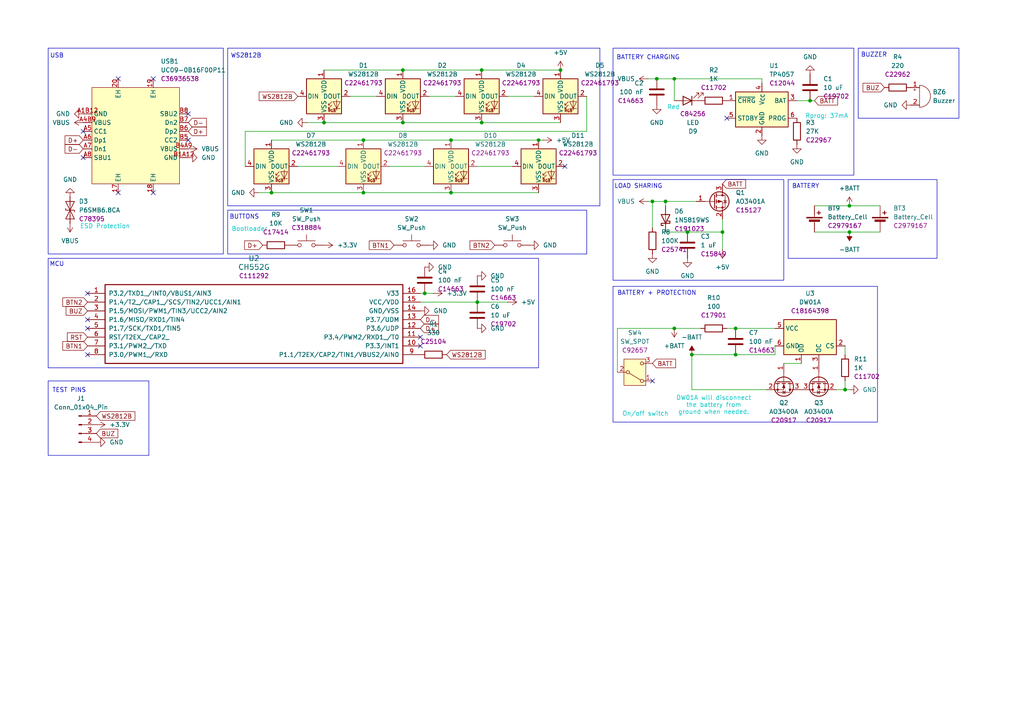
<source format=kicad_sch>
(kicad_sch (version 20241209) (generator "eeschema") (generator_version "9.0")
  (paper "A4")
  (lib_symbols
    (symbol "Battery_Management:DW01A"
      (property "Reference" "U" (at -6.604 6.35 0))
      (property "Value" "DW01A" (at 4.318 6.604 0))
      (symbol "DW01A_0_1"
        (pin power_in line (at -10.16 2.54 0) (length 2.54) (name "VCC") (number "5"))
        (pin power_in line (at -10.16 -2.54 0) (length 2.54) (name "GND") (number "6"))
        (pin output line (at -2.54 -7.62 90) (length 2.54) (name "OD") (number "1"))
        (pin output line (at 2.54 -7.62 90) (length 2.54) (name "OC") (number "3"))
        (pin input line (at 10.16 -2.54 180) (length 2.54) (name "CS") (number "2"))
      )
      (symbol "DW01A_1_1"
        (rectangle (start -7.62 5.08) (end 7.62 -5.08) (stroke (width 0.254)) (fill (type background)))
        (pin no_connect line (at 10.16 2.54 180) (length 2.54) (hide yes) (name "TD") (number "4"))
      )
    )
    (symbol "Battery_Management:TP4057"
      (property "Reference" "U" (at -6.35 6.604 0))
      (property "Value" "TP4057" (at 1.524 6.604 0))
      (symbol "TP4057_0_1"
        (rectangle (start -7.62 5.08) (end 7.62 -5.08) (stroke (width 0.254)) (fill (type background)))
      )
      (symbol "TP4057_1_1"
        (pin open_collector line (at -10.16 2.54 0) (length 2.54) (name "~{CHRG}") (number "1"))
        (pin open_collector line (at -10.16 -2.54 0) (length 2.54) (name "STDBY") (number "5"))
        (pin power_in line (at 0 7.62 270) (length 2.54) (name "V_{CC}") (number "4"))
        (pin power_in line (at 0 -7.62 90) (length 2.54) (name "GND") (number "2"))
        (pin power_out line (at 10.16 2.54 180) (length 2.54) (name "BAT") (number "3"))
        (pin passive line (at 10.16 -2.54 180) (length 2.54) (name "PROG") (number "6"))
      )
    )
    (symbol "Connector:Conn_01x04_Pin" (pin_names (offset 1.016) (hide yes))
      (property "Reference" "J" (at 0 5.08 0))
      (property "Value" "Conn_01x04_Pin" (at 0 -7.62 0))
      (symbol "Conn_01x04_Pin_1_1"
        (rectangle (start 0.8636 2.667) (end 0 2.413) (stroke (width 0.1524)) (fill (type outline)))
        (rectangle (start 0.8636 0.127) (end 0 -0.127) (stroke (width 0.1524)) (fill (type outline)))
        (rectangle (start 0.8636 -2.413) (end 0 -2.667) (stroke (width 0.1524)) (fill (type outline)))
        (rectangle (start 0.8636 -4.953) (end 0 -5.207) (stroke (width 0.1524)) (fill (type outline)))
        (polyline (pts (xy 1.27 2.54) (xy 0.8636 2.54)) (stroke (width 0.1524)))
        (polyline (pts (xy 1.27 0) (xy 0.8636 0)) (stroke (width 0.1524)))
        (polyline (pts (xy 1.27 -2.54) (xy 0.8636 -2.54)) (stroke (width 0.1524)))
        (polyline (pts (xy 1.27 -5.08) (xy 0.8636 -5.08)) (stroke (width 0.1524)))
        (pin passive line (at 5.08 2.54 180) (length 3.81) (name "Pin_1") (number "1"))
        (pin passive line (at 5.08 0 180) (length 3.81) (name "Pin_2") (number "2"))
        (pin passive line (at 5.08 -2.54 180) (length 3.81) (name "Pin_3") (number "3"))
        (pin passive line (at 5.08 -5.08 180) (length 3.81) (name "Pin_4") (number "4"))
      )
    )
    (symbol "Device:Battery_Cell" (pin_numbers (hide yes)) (pin_names (offset 0) (hide yes))
      (property "Reference" "BT" (at 2.54 2.54 0))
      (property "Value" "Battery_Cell" (at 2.54 0 0))
      (symbol "Battery_Cell_0_1"
        (rectangle (start -2.286 1.778) (end 2.286 1.524) (fill (type outline)))
        (rectangle (start -1.524 1.016) (end 1.524 0.508) (fill (type outline)))
        (polyline (pts (xy 0 1.778) (xy 0 2.54)))
        (polyline (pts (xy 0 0.762) (xy 0 0)))
        (polyline (pts (xy 0.762 3.048) (xy 1.778 3.048)) (stroke (width 0.254)))
        (polyline (pts (xy 1.27 3.556) (xy 1.27 2.54)) (stroke (width 0.254)))
      )
      (symbol "Battery_Cell_1_1"
        (pin passive line (at 0 5.08 270) (length 2.54) (name "+") (number "1"))
        (pin passive line (at 0 -2.54 90) (length 2.54) (name "-") (number "2"))
      )
    )
    (symbol "Device:Buzzer" (pin_names (offset 0.0254) (hide yes))
      (property "Reference" "BZ" (at 3.81 1.27 0))
      (property "Value" "Buzzer" (at 3.81 -1.27 0))
      (symbol "Buzzer_0_1"
        (polyline (pts (xy -1.651 1.905) (xy -1.143 1.905)))
        (polyline (pts (xy -1.397 2.159) (xy -1.397 1.651)))
        (arc (start 0 3.175) (mid 3.1612 0) (end 0 -3.175))
        (polyline (pts (xy 0 3.175) (xy 0 -3.175)))
      )
      (symbol "Buzzer_1_1"
        (pin passive line (at -2.54 2.54 0) (length 2.54) (name "+") (number "1"))
        (pin passive line (at -2.54 -2.54 0) (length 2.54) (name "-") (number "2"))
      )
    )
    (symbol "Device:C" (pin_numbers (hide yes)) (pin_names (offset 0.254))
      (property "Reference" "C" (at 0.635 2.54 0))
      (property "Value" "C" (at 0.635 -2.54 0))
      (symbol "C_0_1"
        (polyline (pts (xy -2.032 0.762) (xy 2.032 0.762)) (stroke (width 0.508)))
        (polyline (pts (xy -2.032 -0.762) (xy 2.032 -0.762)) (stroke (width 0.508)))
      )
      (symbol "C_1_1"
        (pin passive line (at 0 3.81 270) (length 2.794) (name "~") (number "1"))
        (pin passive line (at 0 -3.81 90) (length 2.794) (name "~") (number "2"))
      )
    )
    (symbol "Device:D_Schottky" (pin_numbers (hide yes)) (pin_names (offset 1.016) (hide yes))
      (property "Reference" "D" (at 0 2.54 0))
      (property "Value" "D_Schottky" (at 0 -2.54 0))
      (symbol "D_Schottky_0_1"
        (polyline (pts (xy -1.905 0.635) (xy -1.905 1.27) (xy -1.27 1.27) (xy -1.27 -1.27) (xy -0.635 -1.27) (xy -0.635 -0.635)) (stroke (width 0.254)))
        (polyline (pts (xy 1.27 1.27) (xy 1.27 -1.27) (xy -1.27 0) (xy 1.27 1.27)) (stroke (width 0.254)))
        (polyline (pts (xy 1.27 0) (xy -1.27 0)))
      )
      (symbol "D_Schottky_1_1"
        (pin passive line (at -3.81 0 0) (length 2.54) (name "K") (number "1"))
        (pin passive line (at 3.81 0 180) (length 2.54) (name "A") (number "2"))
      )
    )
    (symbol "Device:LED" (pin_numbers (hide yes)) (pin_names (offset 1.016) (hide yes))
      (property "Reference" "D" (at 0 2.54 0))
      (property "Value" "LED" (at 0 -2.54 0))
      (symbol "LED_0_1"
        (polyline (pts (xy -3.048 -0.762) (xy -4.572 -2.286) (xy -3.81 -2.286) (xy -4.572 -2.286) (xy -4.572 -1.524)))
        (polyline (pts (xy -1.778 -0.762) (xy -3.302 -2.286) (xy -2.54 -2.286) (xy -3.302 -2.286) (xy -3.302 -1.524)))
        (polyline (pts (xy -1.27 0) (xy 1.27 0)))
        (polyline (pts (xy -1.27 -1.27) (xy -1.27 1.27)) (stroke (width 0.254)))
        (polyline (pts (xy 1.27 -1.27) (xy 1.27 1.27) (xy -1.27 0) (xy 1.27 -1.27)) (stroke (width 0.254)))
      )
      (symbol "LED_1_1"
        (pin passive line (at -3.81 0 0) (length 2.54) (name "K") (number "1"))
        (pin passive line (at 3.81 0 180) (length 2.54) (name "A") (number "2"))
      )
    )
    (symbol "Device:R" (pin_numbers (hide yes)) (pin_names (offset 0))
      (property "Reference" "R" (at 2.032 0 90))
      (property "Value" "R" (at 0 0 90))
      (symbol "R_0_1"
        (rectangle (start -1.016 -2.54) (end 1.016 2.54) (stroke (width 0.254)))
      )
      (symbol "R_1_1"
        (pin passive line (at 0 3.81 270) (length 1.27) (name "~") (number "1"))
        (pin passive line (at 0 -3.81 90) (length 1.27) (name "~") (number "2"))
      )
    )
    (symbol "Diode:ESD9B3.3ST5G" (pin_numbers (hide yes)) (pin_names (offset 1.016) (hide yes))
      (property "Reference" "D" (at 0 2.54 0))
      (property "Value" "ESD9B3.3ST5G" (at 0 -2.54 0))
      (symbol "ESD9B3.3ST5G_0_1"
        (polyline (pts (xy -2.54 -1.27) (xy 0 0) (xy -2.54 1.27) (xy -2.54 -1.27)) (stroke (width 0.2032)))
        (polyline (pts (xy 0.508 1.27) (xy 0 1.27) (xy 0 -1.27) (xy -0.508 -1.27)) (stroke (width 0.2032)))
        (polyline (pts (xy 1.27 0) (xy -1.27 0)))
        (polyline (pts (xy 2.54 1.27) (xy 2.54 -1.27) (xy 0 0) (xy 2.54 1.27)) (stroke (width 0.2032)))
      )
      (symbol "ESD9B3.3ST5G_1_1"
        (pin passive line (at -3.81 0 0) (length 2.54) (name "A1") (number "1"))
        (pin passive line (at 3.81 0 180) (length 2.54) (name "A2") (number "2"))
      )
    )
    (symbol "LED:WS2812B" (pin_names (offset 0.254))
      (property "Reference" "D" (at 5.08 5.715 0))
      (property "Value" "WS2812B" (at 1.27 -5.715 0))
      (symbol "WS2812B_0_0"
        (text "RGB" (at 2.286 -4.191 0) (effects (font (size 0.762 0.762))))
      )
      (symbol "WS2812B_0_1"
        (polyline (pts (xy 1.27 -2.54) (xy 1.778 -2.54)))
        (polyline (pts (xy 1.27 -3.556) (xy 1.778 -3.556)))
        (polyline (pts (xy 2.286 -1.524) (xy 1.27 -2.54) (xy 1.27 -2.032)))
        (polyline (pts (xy 2.286 -2.54) (xy 1.27 -3.556) (xy 1.27 -3.048)))
        (polyline (pts (xy 3.683 -1.016) (xy 3.683 -3.556) (xy 3.683 -4.064)))
        (polyline (pts (xy 4.699 -1.524) (xy 2.667 -1.524) (xy 3.683 -3.556) (xy 4.699 -1.524)))
        (polyline (pts (xy 4.699 -3.556) (xy 2.667 -3.556)))
        (rectangle (start 5.08 5.08) (end -5.08 -5.08) (stroke (width 0.254)) (fill (type background)))
      )
      (symbol "WS2812B_1_1"
        (pin input line (at -7.62 0 0) (length 2.54) (name "DIN") (number "4"))
        (pin power_in line (at 0 7.62 270) (length 2.54) (name "VDD") (number "1"))
        (pin power_in line (at 0 -7.62 90) (length 2.54) (name "VSS") (number "3"))
        (pin output line (at 7.62 0 180) (length 2.54) (name "DOUT") (number "2"))
      )
    )
    (symbol "Switch:SW_Push" (pin_numbers (hide yes)) (pin_names (offset 1.016) (hide yes))
      (property "Reference" "SW" (at 1.27 2.54 0))
      (property "Value" "SW_Push" (at 0 -1.524 0))
      (symbol "SW_Push_0_1"
        (circle (center -2.032 0) (radius 0.508))
        (polyline (pts (xy 0 1.27) (xy 0 3.048)))
        (circle (center 2.032 0) (radius 0.508))
        (polyline (pts (xy 2.54 1.27) (xy -2.54 1.27)))
        (pin passive line (at -5.08 0 0) (length 2.54) (name "1") (number "1"))
        (pin passive line (at 5.08 0 180) (length 2.54) (name "2") (number "2"))
      )
    )
    (symbol "Switch:SW_SPDT" (pin_names (offset 0) (hide yes))
      (property "Reference" "SW" (at 0 5.08 0))
      (property "Value" "SW_SPDT" (at 0 -5.08 0))
      (symbol "SW_SPDT_0_1"
        (circle (center -2.032 0) (radius 0.4572))
        (polyline (pts (xy -1.651 0.254) (xy 1.651 2.286)))
        (circle (center 2.032 2.54) (radius 0.4572))
        (circle (center 2.032 -2.54) (radius 0.4572))
      )
      (symbol "SW_SPDT_1_1"
        (rectangle (start -3.175 3.81) (end 3.175 -3.81) (fill (type background)))
        (pin passive line (at -5.08 0 0) (length 2.54) (name "B") (number "2"))
        (pin passive line (at 5.08 2.54 180) (length 2.54) (name "A") (number "1"))
        (pin passive line (at 5.08 -2.54 180) (length 2.54) (name "C") (number "3"))
      )
    )
    (symbol "Transistor_FET:AO3400A" (pin_names (hide yes))
      (property "Reference" "Q" (at 5.08 1.905 0))
      (property "Value" "AO3400A" (at 5.08 0 0))
      (symbol "AO3400A_0_1"
        (polyline (pts (xy 0.254 1.905) (xy 0.254 -1.905)) (stroke (width 0.254)))
        (polyline (pts (xy 0.254 0) (xy -2.54 0)))
        (polyline (pts (xy 0.762 2.286) (xy 0.762 1.27)) (stroke (width 0.254)))
        (polyline (pts (xy 0.762 0.508) (xy 0.762 -0.508)) (stroke (width 0.254)))
        (polyline (pts (xy 0.762 -1.27) (xy 0.762 -2.286)) (stroke (width 0.254)))
        (polyline (pts (xy 0.762 -1.778) (xy 3.302 -1.778) (xy 3.302 1.778) (xy 0.762 1.778)))
        (polyline (pts (xy 1.016 0) (xy 2.032 0.381) (xy 2.032 -0.381) (xy 1.016 0)) (fill (type outline)))
        (circle (center 1.651 0) (radius 2.794) (stroke (width 0.254)))
        (polyline (pts (xy 2.54 2.54) (xy 2.54 1.778)))
        (circle (center 2.54 1.778) (radius 0.254) (fill (type outline)))
        (circle (center 2.54 -1.778) (radius 0.254) (fill (type outline)))
        (polyline (pts (xy 2.54 -2.54) (xy 2.54 0) (xy 0.762 0)))
        (polyline (pts (xy 2.794 0.508) (xy 2.921 0.381) (xy 3.683 0.381) (xy 3.81 0.254)))
        (polyline (pts (xy 3.302 0.381) (xy 2.921 -0.254) (xy 3.683 -0.254) (xy 3.302 0.381)))
      )
      (symbol "AO3400A_1_1"
        (pin input line (at -5.08 0 0) (length 2.54) (name "G") (number "1"))
        (pin passive line (at 2.54 5.08 270) (length 2.54) (name "D") (number "3"))
        (pin passive line (at 2.54 -5.08 90) (length 2.54) (name "S") (number "2"))
      )
    )
    (symbol "Transistor_FET:Si2319CDS" (pin_names (hide yes))
      (property "Reference" "Q" (at 5.08 1.905 0))
      (property "Value" "Si2319CDS" (at 5.08 0 0))
      (symbol "Si2319CDS_0_1"
        (polyline (pts (xy 0.254 1.905) (xy 0.254 -1.905)) (stroke (width 0.254)))
        (polyline (pts (xy 0.254 0) (xy -2.54 0)))
        (polyline (pts (xy 0.762 2.286) (xy 0.762 1.27)) (stroke (width 0.254)))
        (polyline (pts (xy 0.762 1.778) (xy 3.302 1.778) (xy 3.302 -1.778) (xy 0.762 -1.778)))
        (polyline (pts (xy 0.762 0.508) (xy 0.762 -0.508)) (stroke (width 0.254)))
        (polyline (pts (xy 0.762 -1.27) (xy 0.762 -2.286)) (stroke (width 0.254)))
        (circle (center 1.651 0) (radius 2.794) (stroke (width 0.254)))
        (polyline (pts (xy 2.286 0) (xy 1.27 0.381) (xy 1.27 -0.381) (xy 2.286 0)) (fill (type outline)))
        (polyline (pts (xy 2.54 2.54) (xy 2.54 1.778)))
        (circle (center 2.54 1.778) (radius 0.254) (fill (type outline)))
        (circle (center 2.54 -1.778) (radius 0.254) (fill (type outline)))
        (polyline (pts (xy 2.54 -2.54) (xy 2.54 0) (xy 0.762 0)))
        (polyline (pts (xy 2.794 -0.508) (xy 2.921 -0.381) (xy 3.683 -0.381) (xy 3.81 -0.254)))
        (polyline (pts (xy 3.302 -0.381) (xy 2.921 0.254) (xy 3.683 0.254) (xy 3.302 -0.381)))
      )
      (symbol "Si2319CDS_1_1"
        (pin input line (at -5.08 0 0) (length 2.54) (name "G") (number "1"))
        (pin passive line (at 2.54 5.08 270) (length 2.54) (name "D") (number "3"))
        (pin passive line (at 2.54 -5.08 90) (length 2.54) (name "S") (number "2"))
      )
    )
    (symbol "lcsc-imports:UC09-0B16F00P11"
      (property "Reference" "USB" (at 0 25.4 0))
      (property "Value" "UC09-0B16F00P11" (at 0 -17.78 0))
      (symbol "UC09-0B16F00P11_0_1"
        (rectangle (start -12.7 17.78) (end 12.7 -10.16) (fill (type background)))
        (pin unspecified line (at -15.24 10.16 0) (length 2.54) (name "GND") (number "A1B12"))
        (pin unspecified line (at -15.24 7.62 0) (length 2.54) (name "VBUS") (number "A4B9"))
        (pin unspecified line (at -15.24 5.08 0) (length 2.54) (name "CC1") (number "A5"))
        (pin unspecified line (at -15.24 2.54 0) (length 2.54) (name "Dp1") (number "A6"))
        (pin unspecified line (at -15.24 0 0) (length 2.54) (name "Dn1") (number "A7"))
        (pin unspecified line (at -15.24 -2.54 0) (length 2.54) (name "SBU1") (number "A8"))
        (pin unspecified line (at -5.08 20.32 270) (length 2.54) (name "EH") (number "20"))
        (pin unspecified line (at -5.08 -12.7 90) (length 2.54) (name "EH") (number "17"))
        (pin unspecified line (at 5.08 20.32 270) (length 2.54) (name "EH") (number "19"))
        (pin unspecified line (at 5.08 -12.7 90) (length 2.54) (name "EH") (number "18"))
        (pin unspecified line (at 15.24 10.16 180) (length 2.54) (name "SBU2") (number "B8"))
        (pin unspecified line (at 15.24 7.62 180) (length 2.54) (name "Dn2") (number "B7"))
        (pin unspecified line (at 15.24 5.08 180) (length 2.54) (name "Dp2") (number "B6"))
        (pin unspecified line (at 15.24 2.54 180) (length 2.54) (name "CC2") (number "B5"))
        (pin unspecified line (at 15.24 0 180) (length 2.54) (name "VBUS") (number "B4A9"))
        (pin unspecified line (at 15.24 -2.54 180) (length 2.54) (name "GND") (number "B1A12"))
      )
    )
    (symbol "power:+3.3V" (power) (pin_numbers (hide yes)) (pin_names (offset 0) (hide yes))
      (property "Value" "+3.3V" (at 0 3.556 0))
      (symbol "+3.3V_0_1"
        (polyline (pts (xy -0.762 1.27) (xy 0 2.54)))
        (polyline (pts (xy 0 2.54) (xy 0.762 1.27)))
        (polyline (pts (xy 0 0) (xy 0 2.54)))
      )
      (symbol "+3.3V_1_1"
        (pin power_in line (at 0 0 90) (length 0) (name "~") (number "1"))
      )
    )
    (symbol "power:+5V" (power) (pin_numbers (hide yes)) (pin_names (offset 0) (hide yes))
      (property "Value" "+5V" (at 0 3.556 0))
      (symbol "+5V_0_1"
        (polyline (pts (xy -0.762 1.27) (xy 0 2.54)))
        (polyline (pts (xy 0 2.54) (xy 0.762 1.27)))
        (polyline (pts (xy 0 0) (xy 0 2.54)))
      )
      (symbol "+5V_1_1"
        (pin power_in line (at 0 0 90) (length 0) (name "~") (number "1"))
      )
    )
    (symbol "power:+BATT" (power) (pin_numbers (hide yes)) (pin_names (offset 0) (hide yes))
      (property "Value" "+BATT" (at 0 3.556 0))
      (symbol "+BATT_0_1"
        (polyline (pts (xy -0.762 1.27) (xy 0 2.54)))
        (polyline (pts (xy 0 2.54) (xy 0.762 1.27)))
        (polyline (pts (xy 0 0) (xy 0 2.54)))
      )
      (symbol "+BATT_1_1"
        (pin power_in line (at 0 0 90) (length 0) (name "~") (number "1"))
      )
    )
    (symbol "power:-BATT" (power) (pin_numbers (hide yes)) (pin_names (offset 0) (hide yes))
      (property "Value" "-BATT" (at 0 3.556 0))
      (symbol "-BATT_0_1"
        (polyline (pts (xy 0 0) (xy 0 2.54)))
        (polyline (pts (xy 0.762 1.27) (xy -0.762 1.27) (xy 0 2.54) (xy 0.762 1.27)) (fill (type outline)))
      )
      (symbol "-BATT_1_1"
        (pin power_in line (at 0 0 90) (length 0) (name "~") (number "1"))
      )
    )
    (symbol "power:GND" (power) (pin_numbers (hide yes)) (pin_names (offset 0) (hide yes))
      (property "Value" "GND" (at 0 -3.81 0))
      (symbol "GND_0_1"
        (polyline (pts (xy 0 0) (xy 0 -1.27) (xy 1.27 -1.27) (xy 0 -2.54) (xy -1.27 -1.27) (xy 0 -1.27)))
      )
      (symbol "GND_1_1"
        (pin power_in line (at 0 0 270) (length 0) (name "~") (number "1"))
      )
    )
    (symbol "power:VBUS" (power) (pin_numbers (hide yes)) (pin_names (offset 0) (hide yes))
      (property "Value" "VBUS" (at 0 3.556 0))
      (symbol "VBUS_0_1"
        (polyline (pts (xy -0.762 1.27) (xy 0 2.54)))
        (polyline (pts (xy 0 2.54) (xy 0.762 1.27)))
        (polyline (pts (xy 0 0) (xy 0 2.54)))
      )
      (symbol "VBUS_1_1"
        (pin power_in line (at 0 0 90) (length 0) (name "~") (number "1"))
      )
    )
    (symbol "wch:CH552G" (pin_names (offset 1.016))
      (property "Reference" "U" (at 5.08 6.35 0))
      (property "Value" "CH552G" (at 5.08 3.81 0))
      (symbol "CH552G_1_1"
        (rectangle (start 5.08 2.54) (end 91.44 -20.32) (stroke (width 0.3048)))
        (pin bidirectional line (at 0 0 0) (length 5.08) (name "P3.2/TXD1_/INT0/VBUS1/AIN3") (number "1"))
        (pin bidirectional line (at 0 -2.54 0) (length 5.08) (name "P1.4/T2_/CAP1_/SCS/TIN2/UCC1/AIN1") (number "2"))
        (pin bidirectional line (at 0 -5.08 0) (length 5.08) (name "P1.5/MOSI/PWM1/TIN3/UCC2/AIN2") (number "3"))
        (pin bidirectional line (at 0 -7.62 0) (length 5.08) (name "P1.6/MISO/RXD1/TIN4") (number "4"))
        (pin bidirectional line (at 0 -10.16 0) (length 5.08) (name "P1.7/SCK/TXD1/TIN5") (number "5"))
        (pin bidirectional line (at 0 -12.7 0) (length 5.08) (name "RST/T2EX_/CAP2_") (number "6"))
        (pin bidirectional line (at 0 -15.24 0) (length 5.08) (name "P3.1/PWM2_/TXD") (number "7"))
        (pin bidirectional line (at 0 -17.78 0) (length 5.08) (name "P3.0/PWM1_/RXD") (number "8"))
        (pin power_in line (at 96.52 0 180) (length 5.08) (name "V33") (number "16"))
        (pin power_in line (at 96.52 -2.54 180) (length 5.08) (name "VCC/VDD") (number "15"))
        (pin power_in line (at 96.52 -5.08 180) (length 5.08) (name "GND/VSS") (number "14"))
        (pin bidirectional line (at 96.52 -7.62 180) (length 5.08) (name "P3.7/UDM") (number "13"))
        (pin bidirectional line (at 96.52 -10.16 180) (length 5.08) (name "P3.6/UDP") (number "12"))
        (pin bidirectional line (at 96.52 -12.7 180) (length 5.08) (name "P3.4/PWM2/RXD1_/T0") (number "11"))
        (pin bidirectional line (at 96.52 -15.24 180) (length 5.08) (name "P3.3/INT1") (number "10"))
        (pin bidirectional line (at 96.52 -17.78 180) (length 5.08) (name "P1.1/T2EX/CAP2/TIN1/VBUS2/AIN0") (number "9"))
      )
    )
  )
  (rectangle (start 13.97 110.49) (end 43.18 132.08))
  (rectangle (start 13.97 13.97) (end 64.77 73.66))
  (rectangle (start 66.04 13.97) (end 173.99 59.69))
  (rectangle (start 13.97 74.93) (end 156.21 106.68))
  (rectangle (start 177.8 83.058) (end 254.508 122.428))
  (rectangle (start 66.04 60.96) (end 170.18 73.66))
  (rectangle (start 248.92 13.97) (end 278.13 34.29))
  (rectangle (start 177.8 13.97) (end 247.65 50.8))
  (rectangle (start 228.6 52.07) (end 271.78 74.93))
  (rectangle (start 177.8 52.07) (end 227.33 81.28))
  (text "Bootloader" (at 72.39 66.548 0) (effects (font (size 1.27 1.27))))
  (text "On/off switch" (at 187.198 120.142 0) (effects (font (size 1.27 1.27))))
  (text "MCU" (at 16.51 76.708 0) (effects (font (size 1.27 1.27))))
  (text "BATTERY" (at 233.68 54.102 0) (effects (font (size 1.27 1.27))))
  (text "DW01A will disconnect\nthe battery from\nground when needed." (at 207.01 117.602 0) (effects (font (size 1.27 1.27))))
  (text "Rprog: 37mA" (at 239.776 33.782 0) (effects (font (size 1.27 1.27))))
  (text "BUZZER" (at 253.492 16.002 0) (effects (font (size 1.27 1.27))))
  (text "Red" (at 195.326 31.242 0) (effects (font (size 1.27 1.27))))
  (text "USB" (at 16.51 16.256 0) (effects (font (size 1.27 1.27))))
  (text "BUTTONS" (at 70.866 62.992 0) (effects (font (size 1.27 1.27))))
  (text "BATTERY CHARGING" (at 187.96 16.764 0) (effects (font (size 1.27 1.27))))
  (text "BATTERY + PROTECTION" (at 190.5 85.09 0) (effects (font (size 1.27 1.27))))
  (text "TEST PINS" (at 20.066 113.284 0) (effects (font (size 1.27 1.27))))
  (text "LOAD SHARING" (at 185.166 54.102 0) (effects (font (size 1.27 1.27))))
  (text "WS2812B" (at 71.374 16.256 0) (effects (font (size 1.27 1.27))))
  (text "ESD Protection" (at 30.48 65.786 0) (effects (font (size 1.27 1.27))))
  (junction (at 78.74 55.88))
  (junction (at 199.39 67.31))
  (junction (at 200.66 102.87))
  (junction (at 138.43 87.63))
  (junction (at 156.21 40.64))
  (junction (at 116.84 20.32))
  (junction (at 105.41 55.88))
  (junction (at 209.55 67.31))
  (junction (at 213.36 95.25))
  (junction (at 123.19 85.09))
  (junction (at 234.95 29.21))
  (junction (at 139.7 35.56))
  (junction (at 213.36 102.87))
  (junction (at 190.5 22.86))
  (junction (at 189.23 58.42))
  (junction (at 193.04 58.42))
  (junction (at 130.81 55.88))
  (junction (at 105.41 40.64))
  (junction (at 162.56 20.32))
  (junction (at 116.84 35.56))
  (junction (at 93.98 35.56))
  (junction (at 245.11 113.03))
  (junction (at 195.58 22.86))
  (junction (at 246.38 67.31))
  (junction (at 139.7 20.32))
  (junction (at 195.58 95.25))
  (junction (at 130.81 40.64))
  (junction (at 246.38 59.69))
  (no_connect (at 24.13 45.72))
  (no_connect (at 34.29 22.86))
  (no_connect (at 24.13 38.1))
  (no_connect (at 163.83 48.26))
  (no_connect (at 54.61 40.64))
  (no_connect (at 54.61 33.02))
  (no_connect (at 44.45 22.86))
  (no_connect (at 121.92 100.33))
  (no_connect (at 25.4 95.25))
  (no_connect (at 25.4 92.71))
  (no_connect (at 189.23 110.49))
  (no_connect (at 210.82 34.29))
  (no_connect (at 25.4 85.09))
  (no_connect (at 34.29 55.88))
  (no_connect (at 25.4 102.87))
  (no_connect (at 121.92 97.79))
  (no_connect (at 44.45 55.88))
  (wire (pts (xy 74.93 55.88) (xy 78.74 55.88)))
  (wire (pts (xy 101.6 27.94) (xy 109.22 27.94)))
  (wire (pts (xy 138.43 48.26) (xy 148.59 48.26)))
  (wire (pts (xy 231.14 29.21) (xy 234.95 29.21)))
  (wire (pts (xy 88.9 35.56) (xy 93.98 35.56)))
  (wire (pts (xy 156.21 40.64) (xy 157.48 40.64)))
  (wire (pts (xy 213.36 102.87) (xy 224.79 102.87)))
  (wire (pts (xy 147.32 87.63) (xy 138.43 87.63)))
  (wire (pts (xy 189.23 58.42) (xy 193.04 58.42)))
  (wire (pts (xy 195.58 95.25) (xy 203.2 95.25)))
  (wire (pts (xy 213.36 95.25) (xy 224.79 95.25)))
  (wire (pts (xy 210.82 95.25) (xy 213.36 95.25)))
  (wire (pts (xy 179.07 95.25) (xy 195.58 95.25)))
  (wire (pts (xy 78.74 40.64) (xy 105.41 40.64)))
  (wire (pts (xy 116.84 35.56) (xy 139.7 35.56)))
  (wire (pts (xy 245.11 113.03) (xy 246.38 113.03)))
  (wire (pts (xy 130.81 40.64) (xy 156.21 40.64)))
  (wire (pts (xy 113.03 48.26) (xy 123.19 48.26)))
  (wire (pts (xy 124.46 27.94) (xy 132.08 27.94)))
  (wire (pts (xy 93.98 35.56) (xy 116.84 35.56)))
  (wire (pts (xy 195.58 22.86) (xy 195.58 29.21)))
  (wire (pts (xy 130.81 55.88) (xy 156.21 55.88)))
  (wire (pts (xy 242.57 113.03) (xy 245.11 113.03)))
  (wire (pts (xy 245.11 110.49) (xy 245.11 113.03)))
  (wire (pts (xy 195.58 22.86) (xy 220.98 22.86)))
  (wire (pts (xy 193.04 58.42) (xy 193.04 59.69)))
  (wire (pts (xy 200.66 102.87) (xy 213.36 102.87)))
  (wire (pts (xy 227.33 105.41) (xy 232.41 105.41)))
  (wire (pts (xy 236.22 67.31) (xy 246.38 67.31)))
  (wire (pts (xy 236.22 59.69) (xy 246.38 59.69)))
  (wire (pts (xy 105.41 40.64) (xy 130.81 40.64)))
  (wire (pts (xy 220.98 22.86) (xy 220.98 24.13)))
  (wire (pts (xy 93.98 20.32) (xy 116.84 20.32)))
  (wire (pts (xy 246.38 59.69) (xy 255.27 59.69)))
  (wire (pts (xy 199.39 67.31) (xy 209.55 67.31)))
  (wire (pts (xy 139.7 20.32) (xy 162.56 20.32)))
  (wire (pts (xy 234.95 29.21) (xy 236.22 29.21)))
  (wire (pts (xy 246.38 67.31) (xy 255.27 67.31)))
  (wire (pts (xy 193.04 58.42) (xy 201.93 58.42)))
  (wire (pts (xy 139.7 35.56) (xy 162.56 35.56)))
  (wire (pts (xy 190.5 22.86) (xy 195.58 22.86)))
  (wire (pts (xy 209.55 63.5) (xy 209.55 67.31)))
  (wire (pts (xy 116.84 20.32) (xy 139.7 20.32)))
  (wire (pts (xy 224.79 102.87) (xy 224.79 100.33)))
  (wire (pts (xy 170.18 38.1) (xy 71.12 38.1)))
  (wire (pts (xy 179.07 95.25) (xy 179.07 107.95)))
  (wire (pts (xy 147.32 27.94) (xy 154.94 27.94)))
  (wire (pts (xy 187.96 58.42) (xy 189.23 58.42)))
  (wire (pts (xy 121.92 87.63) (xy 138.43 87.63)))
  (wire (pts (xy 123.19 85.09) (xy 121.92 85.09)))
  (wire (pts (xy 125.73 85.09) (xy 123.19 85.09)))
  (wire (pts (xy 193.04 67.31) (xy 199.39 67.31)))
  (wire (pts (xy 105.41 55.88) (xy 130.81 55.88)))
  (wire (pts (xy 200.66 102.87) (xy 200.66 113.03)))
  (wire (pts (xy 189.23 58.42) (xy 189.23 66.04)))
  (wire (pts (xy 200.66 113.03) (xy 222.25 113.03)))
  (wire (pts (xy 71.12 38.1) (xy 71.12 48.26)))
  (wire (pts (xy 187.96 22.86) (xy 190.5 22.86)))
  (wire (pts (xy 86.36 48.26) (xy 97.79 48.26)))
  (wire (pts (xy 170.18 27.94) (xy 170.18 38.1)))
  (wire (pts (xy 78.74 55.88) (xy 105.41 55.88)))
  (wire (pts (xy 209.55 67.31) (xy 209.55 72.39)))
  (wire (pts (xy 245.11 100.33) (xy 245.11 102.87)))
  (global_label "RST" (shape input) (at 25.4 97.79 180) (property "Intersheetrefs" "${INTERSHEET_REFS}" (effects (hide yes))))
  (global_label "D+" (shape input) (at 54.61 38.1 0) (property "Intersheetrefs" "${INTERSHEET_REFS}" (effects (hide yes))))
  (global_label "WS2812B" (shape input) (at 27.94 120.65 0) (property "Intersheetrefs" "${INTERSHEET_REFS}" (effects (hide yes))))
  (global_label "BTN2" (shape input) (at 25.4 87.63 180) (property "Intersheetrefs" "${INTERSHEET_REFS}" (effects (hide yes))))
  (global_label "BATT" (shape input) (at 209.55 53.34 0) (property "Intersheetrefs" "${INTERSHEET_REFS}" (effects (hide yes))))
  (global_label "D+" (shape input) (at 76.2 71.12 180) (property "Intersheetrefs" "${INTERSHEET_REFS}" (effects (hide yes))))
  (global_label "WS2812B" (shape input) (at 129.54 102.87 0) (property "Intersheetrefs" "${INTERSHEET_REFS}" (effects (hide yes))))
  (global_label "D-" (shape input) (at 54.61 35.56 0) (property "Intersheetrefs" "${INTERSHEET_REFS}" (effects (hide yes))))
  (global_label "BUZ" (shape input) (at 256.54 25.4 180) (property "Intersheetrefs" "${INTERSHEET_REFS}" (effects (hide yes))))
  (global_label "BUZ" (shape input) (at 25.4 90.17 180) (property "Intersheetrefs" "${INTERSHEET_REFS}" (effects (hide yes))))
  (global_label "D-" (shape input) (at 24.13 43.18 180) (property "Intersheetrefs" "${INTERSHEET_REFS}" (effects (hide yes))))
  (global_label "BTN2" (shape input) (at 143.51 71.12 180) (property "Intersheetrefs" "${INTERSHEET_REFS}" (effects (hide yes))))
  (global_label "D-" (shape input) (at 121.92 92.71 0) (property "Intersheetrefs" "${INTERSHEET_REFS}" (effects (hide yes))))
  (global_label "BATT" (shape input) (at 236.22 29.21 0) (property "Intersheetrefs" "${INTERSHEET_REFS}" (effects (hide yes))))
  (global_label "BTN1" (shape input) (at 25.4 100.33 180) (property "Intersheetrefs" "${INTERSHEET_REFS}" (effects (hide yes))))
  (global_label "BTN1" (shape input) (at 114.3 71.12 180) (property "Intersheetrefs" "${INTERSHEET_REFS}" (effects (hide yes))))
  (global_label "D+" (shape input) (at 121.92 95.25 0) (property "Intersheetrefs" "${INTERSHEET_REFS}" (effects (hide yes))))
  (global_label "BATT" (shape input) (at 189.23 105.41 0) (property "Intersheetrefs" "${INTERSHEET_REFS}" (effects (hide yes))))
  (global_label "WS2812B" (shape input) (at 86.36 27.94 180) (property "Intersheetrefs" "${INTERSHEET_REFS}" (effects (hide yes))))
  (global_label "D+" (shape input) (at 24.13 40.64 180) (property "Intersheetrefs" "${INTERSHEET_REFS}" (effects (hide yes))))
  (global_label "BUZ" (shape input) (at 27.94 125.73 0) (property "Intersheetrefs" "${INTERSHEET_REFS}" (effects (hide yes))))
  (symbol (lib_id "LED:WS2812B") (at 93.98 27.94 0) (unit 1)
    (property "Reference" "D1" (at 105.41 18.9798 0))
    (property "Value" "WS2812B" (at 105.41 21.5198 0))
    (property "Footprint" "LED_SMD:LED_WS2812B_PLCC4_5.0x5.0mm_P3.2mm" (effects (hide yes)))
    (property "Datasheet" "https://cdn-shop.adafruit.com/datasheets/WS2812B.pdf" (effects (hide yes)))
    (property "Description" "RGB LED with integrated controller" (effects (hide yes)))
    (property "LCSC" "C22461793" (at 105.41 24.0598 0))
  )
  (symbol (lib_id "power:GND") (at 74.93 55.88 270) (unit 1)
    (property "Reference" "#PWR012" (effects (hide yes)))
    (property "Value" "GND" (at 71.12 55.8799 90) (effects (justify right)))
    (property "Description" "Power symbol creates a global label with name \"GND\" , ground" (effects (hide yes)))
  )
  (symbol (lib_id "Device:R") (at 207.01 95.25 90) (unit 1)
    (property "Reference" "R10" (at 207.01 86.36 90))
    (property "Value" "100" (at 207.01 88.9 90))
    (property "Footprint" "Resistor_SMD:R_1206_3216Metric" (effects (hide yes)))
    (property "Description" "Resistor" (effects (hide yes)))
    (property "LCSC" "C17901" (at 207.01 91.44 90))
  )
  (symbol (lib_id "Device:LED") (at 199.39 29.21 180) (unit 1)
    (property "Reference" "D9" (at 200.9775 38.1 0))
    (property "Value" "LED" (at 200.9775 35.56 0))
    (property "Footprint" "LED_SMD:LED_0805_2012Metric" (effects (hide yes)))
    (property "Description" "Light emitting diode" (effects (hide yes)))
    (property "LCSC" "C84256" (at 200.9775 33.02 0))
  )
  (symbol (lib_id "power:VBUS") (at 187.96 22.86 90) (unit 1)
    (property "Reference" "#PWR04" (effects (hide yes)))
    (property "Value" "VBUS" (at 184.15 22.8599 90) (effects (justify left)))
    (property "Description" "Power symbol creates a global label with name \"VBUS\"" (effects (hide yes)))
  )
  (symbol (lib_id "power:-BATT") (at 200.66 102.87 0) (unit 1)
    (property "Reference" "#PWR013" (effects (hide yes)))
    (property "Value" "-BATT" (at 200.66 97.79 0))
    (property "Description" "Power symbol creates a global label with name \"-BATT\"" (effects (hide yes)))
  )
  (symbol (lib_id "Transistor_FET:Si2319CDS") (at 207.01 58.42 0) (unit 1)
    (property "Reference" "Q1" (at 213.36 55.8799 0) (effects (justify left)))
    (property "Value" "AO3401A" (at 213.36 58.4199 0) (effects (justify left)))
    (property "Footprint" "Package_TO_SOT_SMD:SOT-23" (effects (hide yes)))
    (property "Datasheet" "http://www.vishay.com/docs/66709/si2319cd.pdf" (effects (hide yes)))
    (property "Description" "-4.4A Id, -40V Vds, P-Channel MOSFET, SOT-23" (effects (hide yes)))
    (property "LCSC" "C15127" (at 213.36 60.9599 0) (effects (justify left)))
  )
  (symbol (lib_id "LED:WS2812B") (at 116.84 27.94 0) (unit 1)
    (property "Reference" "D2" (at 128.27 18.9798 0))
    (property "Value" "WS2812B" (at 128.27 21.5198 0))
    (property "Footprint" "LED_SMD:LED_WS2812B_PLCC4_5.0x5.0mm_P3.2mm" (effects (hide yes)))
    (property "Datasheet" "https://cdn-shop.adafruit.com/datasheets/WS2812B.pdf" (effects (hide yes)))
    (property "Description" "RGB LED with integrated controller" (effects (hide yes)))
    (property "LCSC" "C22461793" (at 128.27 24.0598 0))
  )
  (symbol (lib_id "power:+3.3V") (at 93.98 71.12 270) (unit 1)
    (property "Reference" "#PWR018" (effects (hide yes)))
    (property "Value" "+3.3V" (at 97.79 71.1199 90) (effects (justify left)))
    (property "Description" "Power symbol creates a global label with name \"+3.3V\"" (effects (hide yes)))
  )
  (symbol (lib_id "Device:C") (at 234.95 25.4 0) (unit 1)
    (property "Reference" "C1" (at 238.76 22.8599 0) (effects (justify left)))
    (property "Value" "10 uF" (at 238.76 25.3999 0) (effects (justify left)))
    (property "Footprint" "Capacitor_SMD:C_0603_1608Metric" (effects (hide yes)))
    (property "Description" "Unpolarized capacitor" (effects (hide yes)))
    (property "LCSC" "C19702" (at 238.76 27.9399 0) (effects (justify left)))
  )
  (symbol (lib_id "Device:R") (at 207.01 29.21 90) (mirror x) (unit 1)
    (property "Reference" "R2" (at 207.01 20.32 90))
    (property "Value" "1K" (at 207.01 22.86 90))
    (property "Footprint" "Resistor_SMD:R_0402_1005Metric" (effects (hide yes)))
    (property "Description" "Resistor" (effects (hide yes)))
    (property "LCSC" "C11702" (at 207.01 25.4 90))
  )
  (symbol (lib_id "Device:D_Schottky") (at 193.04 63.5 90) (unit 1)
    (property "Reference" "D6" (at 195.58 61.2774 90) (effects (justify right)))
    (property "Value" "1N5819WS" (at 195.58 63.8174 90) (effects (justify right)))
    (property "Footprint" "Diode_SMD:D_SOD-323" (effects (hide yes)))
    (property "Description" "Schottky diode" (effects (hide yes)))
    (property "Sim.Device" "D" (effects (hide yes)))
    (property "Sim.Pins" "1=K 2=A" (effects (hide yes)))
    (property "LCSC" "C191023" (at 195.58 66.3574 90) (effects (justify right)))
  )
  (symbol (lib_id "LED:WS2812B") (at 130.81 48.26 0) (unit 1)
    (property "Reference" "D10" (at 142.24 39.2998 0))
    (property "Value" "WS2812B" (at 142.24 41.8398 0))
    (property "Footprint" "LED_SMD:LED_WS2812B_PLCC4_5.0x5.0mm_P3.2mm" (effects (hide yes)))
    (property "Datasheet" "https://cdn-shop.adafruit.com/datasheets/WS2812B.pdf" (effects (hide yes)))
    (property "Description" "RGB LED with integrated controller" (effects (hide yes)))
    (property "LCSC" "C22461793" (at 142.24 44.3798 0))
  )
  (symbol (lib_id "power:GND") (at 124.46 71.12 90) (unit 1)
    (property "Reference" "#PWR019" (effects (hide yes)))
    (property "Value" "GND" (at 128.27 71.1199 90) (effects (justify right)))
    (property "Description" "Power symbol creates a global label with name \"GND\" , ground" (effects (hide yes)))
  )
  (symbol (lib_id "power:+5V") (at 162.56 20.32 0) (unit 1)
    (property "Reference" "#PWR01" (effects (hide yes)))
    (property "Value" "+5V" (at 162.56 15.24 0))
    (property "Description" "Power symbol creates a global label with name \"+5V\"" (effects (hide yes)))
  )
  (symbol (lib_id "power:GND") (at 220.98 39.37 0) (unit 1)
    (property "Reference" "#PWR09" (effects (hide yes)))
    (property "Value" "GND" (at 220.98 44.45 0))
    (property "Description" "Power symbol creates a global label with name \"GND\" , ground" (effects (hide yes)))
  )
  (symbol (lib_id "power:+3.3V") (at 27.94 123.19 270) (unit 1)
    (property "Reference" "#PWR015" (effects (hide yes)))
    (property "Value" "+3.3V" (at 31.75 123.1899 90) (effects (justify left)))
    (property "Description" "Power symbol creates a global label with name \"+3.3V\"" (effects (hide yes)))
  )
  (symbol (lib_id "power:VBUS") (at 20.32 64.77 180) (unit 1)
    (property "Reference" "#PWR02" (effects (hide yes)))
    (property "Value" "VBUS" (at 20.32 69.85 0))
    (property "Description" "Power symbol creates a global label with name \"VBUS\"" (effects (hide yes)))
  )
  (symbol (lib_id "Device:C") (at 123.19 81.28 0) (unit 1)
    (property "Reference" "C4" (at 127 78.7399 0) (effects (justify left)))
    (property "Value" "100 nF" (at 127 81.2799 0) (effects (justify left)))
    (property "Footprint" "Capacitor_SMD:C_0603_1608Metric" (effects (hide yes)))
    (property "Description" "Unpolarized capacitor" (effects (hide yes)))
    (property "LCSC" "C14663" (at 127 83.8199 0) (effects (justify left)))
  )
  (symbol (lib_id "power:GND") (at 121.92 90.17 90) (unit 1)
    (property "Reference" "#PWR028" (effects (hide yes)))
    (property "Value" "GND" (at 125.73 90.1699 90) (effects (justify right)))
    (property "Description" "Power symbol creates a global label with name \"GND\" , ground" (effects (hide yes)))
  )
  (symbol (lib_id "power:GND") (at 234.95 21.59 180) (unit 1)
    (property "Reference" "#PWR03" (effects (hide yes)))
    (property "Value" "GND" (at 234.95 16.51 0))
    (property "Description" "Power symbol creates a global label with name \"GND\" , ground" (effects (hide yes)))
  )
  (symbol (lib_id "Device:R") (at 245.11 106.68 0) (unit 1)
    (property "Reference" "R11" (at 247.65 104.1399 0) (effects (justify left)))
    (property "Value" "1K" (at 247.65 106.6799 0) (effects (justify left)))
    (property "Footprint" "Resistor_SMD:R_0402_1005Metric" (effects (hide yes)))
    (property "Description" "Resistor" (effects (hide yes)))
    (property "LCSC" "C11702" (at 247.65 109.2199 0) (effects (justify left)))
  )
  (symbol (lib_id "Device:Battery_Cell") (at 236.22 64.77 0) (unit 1)
    (property "Reference" "BT9" (at 240.03 60.3884 0) (effects (justify left)))
    (property "Value" "Battery_Cell" (at 240.03 62.9284 0) (effects (justify left)))
    (property "Footprint" "Battery:BatteryHolder_MYOUNG_BS-07-A1BJ001_CR2032" (effects (hide yes)))
    (property "Description" "Single-cell battery" (effects (hide yes)))
    (property "LCSC" "C2979167" (at 240.03 65.4684 0) (effects (justify left)))
  )
  (symbol (lib_id "Connector:Conn_01x04_Pin") (at 22.86 123.19 0) (unit 1) (in_bom no)
    (property "Reference" "J1" (at 23.495 115.57 0))
    (property "Value" "Conn_01x04_Pin" (at 23.495 118.11 0))
    (property "Footprint" "Connector_PinHeader_2.54mm:PinHeader_1x04_P2.54mm_Vertical" (effects (hide yes)))
    (property "Description" "Generic connector, single row, 01x04, script generated" (effects (hide yes)))
  )
  (symbol (lib_id "Transistor_FET:AO3400A") (at 227.33 110.49 270) (unit 1)
    (property "Reference" "Q2" (at 227.33 116.84 90))
    (property "Value" "AO3400A" (at 227.33 119.38 90))
    (property "Footprint" "Package_TO_SOT_SMD:SOT-23" (effects (hide yes)))
    (property "Datasheet" "http://www.aosmd.com/pdfs/datasheet/AO3400A.pdf" (effects (hide yes)))
    (property "Description" "30V Vds, 5.7A Id, N-Channel MOSFET, SOT-23" (effects (hide yes)))
    (property "LCSC" "C20917" (at 227.33 121.92 90))
  )
  (symbol (lib_id "Diode:ESD9B3.3ST5G") (at 20.32 60.96 90) (unit 1)
    (property "Reference" "D3" (at 22.86 58.4199 90) (effects (justify right)))
    (property "Value" "P6SMB6.8CA" (at 22.86 60.9599 90) (effects (justify right)))
    (property "Footprint" "Diode_SMD:D_SMB" (effects (hide yes)))
    (property "Datasheet" "https://www.onsemi.com/pub/Collateral/ESD9B-D.PDF" (effects (hide yes)))
    (property "Description" "ESD protection diode, 3.3Vrwm, SOD-923" (effects (hide yes)))
    (property "LCSC" "C78395" (at 22.86 63.4999 90) (effects (justify right)))
  )
  (symbol (lib_id "power:+3.3V") (at 125.73 85.09 270) (unit 1)
    (property "Reference" "#PWR026" (effects (hide yes)))
    (property "Value" "+3.3V" (at 129.54 85.0899 90) (effects (justify left)))
    (property "Description" "Power symbol creates a global label with name \"+3.3V\"" (effects (hide yes)))
  )
  (symbol (lib_id "Device:R") (at 260.35 25.4 90) (unit 1)
    (property "Reference" "R4" (at 260.35 16.51 90))
    (property "Value" "220" (at 260.35 19.05 90))
    (property "Footprint" "Resistor_SMD:R_0603_1608Metric" (effects (hide yes)))
    (property "Description" "Resistor" (effects (hide yes)))
    (property "LCSC" "C22962" (at 260.35 21.59 90))
  )
  (symbol (lib_id "power:GND") (at 138.43 95.25 90) (unit 1)
    (property "Reference" "#PWR029" (effects (hide yes)))
    (property "Value" "GND" (at 142.24 95.2499 90) (effects (justify right)))
    (property "Description" "Power symbol creates a global label with name \"GND\" , ground" (effects (hide yes)))
  )
  (symbol (lib_id "Switch:SW_SPDT") (at 184.15 107.95 0) (mirror x) (unit 1) (in_bom no)
    (property "Reference" "SW4" (at 184.15 96.52 0))
    (property "Value" "SW_SPDT" (at 184.15 99.06 0))
    (property "Footprint" "lcsc-imports:SW-TH_K3-1260D-L1" (effects (hide yes)))
    (property "Description" "Switch, single pole double throw" (effects (hide yes)))
    (property "LCSC" "C92657" (at 184.15 101.6 0))
  )
  (symbol (lib_id "power:GND") (at 246.38 113.03 90) (unit 1)
    (property "Reference" "#PWR031" (effects (hide yes)))
    (property "Value" "GND" (at 250.19 113.0299 90) (effects (justify right)))
    (property "Description" "Power symbol creates a global label with name \"GND\" , ground" (effects (hide yes)))
  )
  (symbol (lib_id "power:GND") (at 138.43 80.01 90) (unit 1)
    (property "Reference" "#PWR025" (effects (hide yes)))
    (property "Value" "GND" (at 142.24 80.0099 90) (effects (justify right)))
    (property "Description" "Power symbol creates a global label with name \"GND\" , ground" (effects (hide yes)))
  )
  (symbol (lib_id "power:GND") (at 20.32 57.15 180) (unit 1)
    (property "Reference" "#PWR05" (effects (hide yes)))
    (property "Value" "GND" (at 20.32 52.07 0))
    (property "Description" "Power symbol creates a global label with name \"GND\" , ground" (effects (hide yes)))
  )
  (symbol (lib_id "Switch:SW_Push") (at 148.59 71.12 0) (unit 1) (in_bom no)
    (property "Reference" "SW3" (at 148.59 63.5 0))
    (property "Value" "SW_Push" (at 148.59 66.04 0))
    (property "Footprint" "Button_Switch_THT:SW_PUSH-12mm" (effects (hide yes)))
    (property "Description" "Push button switch, generic, two pins" (effects (hide yes)))
  )
  (symbol (lib_id "power:GND") (at 24.13 33.02 270) (unit 1)
    (property "Reference" "#PWR036" (effects (hide yes)))
    (property "Value" "GND" (at 20.32 33.0199 90) (effects (justify right)))
    (property "Description" "Power symbol creates a global label with name \"GND\" , ground" (effects (hide yes)))
  )
  (symbol (lib_id "power:GND") (at 199.39 74.93 0) (unit 1)
    (property "Reference" "#PWR023" (effects (hide yes)))
    (property "Value" "GND" (at 199.39 80.01 0))
    (property "Description" "Power symbol creates a global label with name \"GND\" , ground" (effects (hide yes)))
  )
  (symbol (lib_id "power:VBUS") (at 24.13 35.56 90) (unit 1)
    (property "Reference" "#PWR017" (effects (hide yes)))
    (property "Value" "VBUS" (at 20.32 35.5599 90) (effects (justify left)))
    (property "Description" "Power symbol creates a global label with name \"VBUS\"" (effects (hide yes)))
  )
  (symbol (lib_id "power:GND") (at 189.23 73.66 0) (unit 1)
    (property "Reference" "#PWR022" (effects (hide yes)))
    (property "Value" "GND" (at 189.23 78.74 0))
    (property "Description" "Power symbol creates a global label with name \"GND\" , ground" (effects (hide yes)))
  )
  (symbol (lib_id "power:GND") (at 264.16 30.48 270) (unit 1)
    (property "Reference" "#PWR032" (effects (hide yes)))
    (property "Value" "GND" (at 260.35 30.4799 90) (effects (justify right)))
    (property "Description" "Power symbol creates a global label with name \"GND\" , ground" (effects (hide yes)))
  )
  (symbol (lib_id "Device:C") (at 138.43 83.82 180) (unit 1)
    (property "Reference" "C5" (at 142.24 81.2799 0) (effects (justify right)))
    (property "Value" "100 nF" (at 142.24 83.8199 0) (effects (justify right)))
    (property "Footprint" "Capacitor_SMD:C_0603_1608Metric" (effects (hide yes)))
    (property "Description" "Unpolarized capacitor" (effects (hide yes)))
    (property "LCSC" "C14663" (at 142.24 86.3599 0) (effects (justify right)))
  )
  (symbol (lib_id "power:GND") (at 153.67 71.12 90) (unit 1)
    (property "Reference" "#PWR020" (effects (hide yes)))
    (property "Value" "GND" (at 157.48 71.1199 90) (effects (justify right)))
    (property "Description" "Power symbol creates a global label with name \"GND\" , ground" (effects (hide yes)))
  )
  (symbol (lib_id "wch:CH552G") (at 25.4 85.09 0) (unit 1)
    (property "Reference" "U2" (at 73.66 74.93 0) (effects (font (size 1.524 1.524))))
    (property "Value" "CH552G" (at 73.66 77.47 0) (effects (font (size 1.524 1.524))))
    (property "Footprint" "Package_SO:STC_SOP-16_3.9x9.9mm_P1.27mm" (effects (hide yes)))
    (property "Datasheet" "http://www.wch.cn/downloads/file/241.html" (effects (hide yes)))
    (property "LCSC" "C111292" (at 73.66 80.01 0))
  )
  (symbol (lib_id "power:GND") (at 231.14 41.91 0) (unit 1)
    (property "Reference" "#PWR010" (effects (hide yes)))
    (property "Value" "GND" (at 231.14 46.99 0))
    (property "Description" "Power symbol creates a global label with name \"GND\" , ground" (effects (hide yes)))
  )
  (symbol (lib_id "Switch:SW_Push") (at 88.9 71.12 0) (unit 1)
    (property "Reference" "SW1" (at 88.9 60.96 0))
    (property "Value" "SW_Push" (at 88.9 63.5 0))
    (property "Footprint" "Button_Switch_SMD:SW_Push_1P1T_XKB_TS-1187A" (effects (hide yes)))
    (property "Description" "Push button switch, generic, two pins" (effects (hide yes)))
    (property "LCSC" "C318884" (at 88.9 66.04 0))
  )
  (symbol (lib_id "power:VBUS") (at 54.61 43.18 270) (unit 1)
    (property "Reference" "#PWR034" (effects (hide yes)))
    (property "Value" "VBUS" (at 58.42 43.1799 90) (effects (justify left)))
    (property "Description" "Power symbol creates a global label with name \"VBUS\"" (effects (hide yes)))
  )
  (symbol (lib_id "Device:R") (at 189.23 69.85 0) (unit 1)
    (property "Reference" "R8" (at 191.77 67.3099 0) (effects (justify left)))
    (property "Value" "100K" (at 191.77 69.8499 0) (effects (justify left)))
    (property "Footprint" "Resistor_SMD:R_0402_1005Metric" (effects (hide yes)))
    (property "Description" "Resistor" (effects (hide yes)))
    (property "LCSC" "C25741" (at 191.77 72.3899 0) (effects (justify left)))
  )
  (symbol (lib_id "power:+BATT") (at 246.38 59.69 0) (unit 1)
    (property "Reference" "#PWR033" (effects (hide yes)))
    (property "Value" "+BATT" (at 246.38 54.61 0))
    (property "Description" "Power symbol creates a global label with name \"+BATT\"" (effects (hide yes)))
  )
  (symbol (lib_id "Switch:SW_Push") (at 119.38 71.12 0) (unit 1) (in_bom no)
    (property "Reference" "SW2" (at 119.38 63.5 0))
    (property "Value" "SW_Push" (at 119.38 66.04 0))
    (property "Footprint" "Button_Switch_THT:SW_PUSH-12mm" (effects (hide yes)))
    (property "Description" "Push button switch, generic, two pins" (effects (hide yes)))
  )
  (symbol (lib_id "power:GND") (at 88.9 35.56 270) (unit 1)
    (property "Reference" "#PWR08" (effects (hide yes)))
    (property "Value" "GND" (at 85.09 35.5599 90) (effects (justify right)))
    (property "Description" "Power symbol creates a global label with name \"GND\" , ground" (effects (hide yes)))
  )
  (symbol (lib_id "Device:C") (at 199.39 71.12 0) (unit 1)
    (property "Reference" "C3" (at 203.2 68.5799 0) (effects (justify left)))
    (property "Value" "1 uF" (at 203.2 71.1199 0) (effects (justify left)))
    (property "Footprint" "Capacitor_SMD:C_0603_1608Metric" (effects (hide yes)))
    (property "Description" "Unpolarized capacitor" (effects (hide yes)))
    (property "LCSC" "C15849" (at 203.2 73.6599 0) (effects (justify left)))
  )
  (symbol (lib_id "Battery_Management:DW01A") (at 234.95 97.79 0) (unit 1)
    (property "Reference" "U3" (at 234.95 85.09 0))
    (property "Value" "DW01A" (at 234.95 87.63 0))
    (property "Footprint" "Package_TO_SOT_SMD:SOT-23-6" (effects (hide yes)))
    (property "Datasheet" "https://hmsemi.com/downfile/DW01A.PDF" (effects (hide yes)))
    (property "Description" "Overcharge, overcurrent and overdischarge protection IC for single cell lithium-ion/polymer battery" (effects (hide yes)))
    (property "LCSC" "C18164398" (at 234.95 90.17 0))
  )
  (symbol (lib_id "power:-BATT") (at 246.38 67.31 180) (unit 1)
    (property "Reference" "#PWR030" (effects (hide yes)))
    (property "Value" "-BATT" (at 246.38 72.39 0))
    (property "Description" "Power symbol creates a global label with name \"-BATT\"" (effects (hide yes)))
  )
  (symbol (lib_id "LED:WS2812B") (at 105.41 48.26 0) (unit 1)
    (property "Reference" "D8" (at 116.84 39.2998 0))
    (property "Value" "WS2812B" (at 116.84 41.8398 0))
    (property "Footprint" "LED_SMD:LED_WS2812B_PLCC4_5.0x5.0mm_P3.2mm" (effects (hide yes)))
    (property "Datasheet" "https://cdn-shop.adafruit.com/datasheets/WS2812B.pdf" (effects (hide yes)))
    (property "Description" "RGB LED with integrated controller" (effects (hide yes)))
    (property "LCSC" "C22461793" (at 116.84 44.3798 0))
  )
  (symbol (lib_id "Device:R") (at 231.14 38.1 0) (unit 1)
    (property "Reference" "R3" (at 233.68 35.5599 0) (effects (justify left)))
    (property "Value" "27K" (at 233.68 38.0999 0) (effects (justify left)))
    (property "Footprint" "Resistor_SMD:R_0603_1608Metric" (effects (hide yes)))
    (property "Description" "Resistor" (effects (hide yes)))
    (property "LCSC" "C22967" (at 233.68 40.6399 0) (effects (justify left)))
  )
  (symbol (lib_id "lcsc-imports:UC09-0B16F00P11") (at 39.37 43.18 0) (unit 1)
    (property "Reference" "USB1" (at 46.5933 17.78 0) (effects (justify left)))
    (property "Value" "UC09-0B16F00P11" (at 46.5933 20.32 0) (effects (justify left)))
    (property "Footprint" "lcsc-imports:USB-C_UC09-0B16F00P11" (effects (hide yes)))
    (property "LCSC Part" "C36936538" (effects (hide yes)))
    (property "LCSC" "C36936538" (at 46.5933 22.86 0) (effects (justify left)))
  )
  (symbol (lib_id "power:+5V") (at 147.32 87.63 270) (unit 1)
    (property "Reference" "#PWR027" (effects (hide yes)))
    (property "Value" "+5V" (at 151.13 87.6299 90) (effects (justify left)))
    (property "Description" "Power symbol creates a global label with name \"+5V\"" (effects (hide yes)))
  )
  (symbol (lib_id "LED:WS2812B") (at 78.74 48.26 0) (unit 1)
    (property "Reference" "D7" (at 90.17 39.2998 0))
    (property "Value" "WS2812B" (at 90.17 41.8398 0))
    (property "Footprint" "LED_SMD:LED_WS2812B_PLCC4_5.0x5.0mm_P3.2mm" (effects (hide yes)))
    (property "Datasheet" "https://cdn-shop.adafruit.com/datasheets/WS2812B.pdf" (effects (hide yes)))
    (property "Description" "RGB LED with integrated controller" (effects (hide yes)))
    (property "LCSC" "C22461793" (at 90.17 44.3798 0))
  )
  (symbol (lib_id "Transistor_FET:AO3400A") (at 237.49 110.49 90) (mirror x) (unit 1)
    (property "Reference" "Q3" (at 237.49 116.84 90))
    (property "Value" "AO3400A" (at 237.49 119.38 90))
    (property "Footprint" "Package_TO_SOT_SMD:SOT-23" (effects (hide yes)))
    (property "Datasheet" "http://www.aosmd.com/pdfs/datasheet/AO3400A.pdf" (effects (hide yes)))
    (property "Description" "30V Vds, 5.7A Id, N-Channel MOSFET, SOT-23" (effects (hide yes)))
    (property "LCSC" "C20917" (at 237.49 121.92 90))
  )
  (symbol (lib_id "Device:R") (at 125.73 102.87 90) (unit 1)
    (property "Reference" "R1" (at 125.73 93.98 90))
    (property "Value" "330" (at 125.73 96.52 90))
    (property "Footprint" "Resistor_SMD:R_0402_1005Metric" (effects (hide yes)))
    (property "Description" "Resistor" (effects (hide yes)))
    (property "LCSC" "C25104" (at 125.73 99.06 90))
  )
  (symbol (lib_id "Device:Battery_Cell") (at 255.27 64.77 0) (unit 1)
    (property "Reference" "BT3" (at 259.08 60.3884 0) (effects (justify left)))
    (property "Value" "Battery_Cell" (at 259.08 62.9284 0) (effects (justify left)))
    (property "Footprint" "Battery:BatteryHolder_MYOUNG_BS-07-A1BJ001_CR2032" (effects (hide yes)))
    (property "Description" "Single-cell battery" (effects (hide yes)))
    (property "LCSC" "C2979167" (at 259.08 65.4684 0) (effects (justify left)))
  )
  (symbol (lib_id "power:+5V") (at 209.55 72.39 180) (unit 1)
    (property "Reference" "#PWR021" (effects (hide yes)))
    (property "Value" "+5V" (at 209.55 77.47 0))
    (property "Description" "Power symbol creates a global label with name \"+5V\"" (effects (hide yes)))
  )
  (symbol (lib_id "Device:C") (at 213.36 99.06 0) (unit 1)
    (property "Reference" "C7" (at 217.17 96.5199 0) (effects (justify left)))
    (property "Value" "100 nF" (at 217.17 99.0599 0) (effects (justify left)))
    (property "Footprint" "Capacitor_SMD:C_0603_1608Metric" (effects (hide yes)))
    (property "Description" "Unpolarized capacitor" (effects (hide yes)))
    (property "LCSC" "C14663" (at 217.17 101.5999 0) (effects (justify left)))
  )
  (symbol (lib_id "power:GND") (at 190.5 30.48 0) (unit 1)
    (property "Reference" "#PWR07" (effects (hide yes)))
    (property "Value" "GND" (at 190.5 35.56 0))
    (property "Description" "Power symbol creates a global label with name \"GND\" , ground" (effects (hide yes)))
  )
  (symbol (lib_id "Device:C") (at 138.43 91.44 180) (unit 1)
    (property "Reference" "C6" (at 142.24 88.8999 0) (effects (justify right)))
    (property "Value" "10 uF" (at 142.24 91.4399 0) (effects (justify right)))
    (property "Footprint" "Capacitor_SMD:C_0603_1608Metric" (effects (hide yes)))
    (property "Description" "Unpolarized capacitor" (effects (hide yes)))
    (property "LCSC" "C19702" (at 142.24 93.9799 0) (effects (justify right)))
  )
  (symbol (lib_id "power:GND") (at 54.61 45.72 90) (unit 1)
    (property "Reference" "#PWR035" (effects (hide yes)))
    (property "Value" "GND" (at 58.42 45.7199 90) (effects (justify right)))
    (property "Description" "Power symbol creates a global label with name \"GND\" , ground" (effects (hide yes)))
  )
  (symbol (lib_id "power:VBUS") (at 187.96 58.42 90) (unit 1)
    (property "Reference" "#PWR016" (effects (hide yes)))
    (property "Value" "VBUS" (at 184.15 58.4199 90) (effects (justify left)))
    (property "Description" "Power symbol creates a global label with name \"VBUS\"" (effects (hide yes)))
  )
  (symbol (lib_id "Device:Buzzer") (at 266.7 27.94 0) (unit 1) (in_bom no)
    (property "Reference" "BZ6" (at 270.51 26.6699 0) (effects (justify left)))
    (property "Value" "Buzzer" (at 270.51 29.2099 0) (effects (justify left)))
    (property "Footprint" "Buzzer_Beeper:Buzzer_12x9.5RM7.6" (effects (hide yes)))
    (property "Description" "Buzzer, polarized" (effects (hide yes)))
  )
  (symbol (lib_id "power:+5V") (at 157.48 40.64 270) (unit 1)
    (property "Reference" "#PWR011" (effects (hide yes)))
    (property "Value" "+5V" (at 161.29 40.6399 90) (effects (justify left)))
    (property "Description" "Power symbol creates a global label with name \"+5V\"" (effects (hide yes)))
  )
  (symbol (lib_id "LED:WS2812B") (at 162.56 27.94 0) (unit 1)
    (property "Reference" "D5" (at 173.99 18.9798 0))
    (property "Value" "WS2812B" (at 173.99 21.5198 0))
    (property "Footprint" "LED_SMD:LED_WS2812B_PLCC4_5.0x5.0mm_P3.2mm" (effects (hide yes)))
    (property "Datasheet" "https://cdn-shop.adafruit.com/datasheets/WS2812B.pdf" (effects (hide yes)))
    (property "Description" "RGB LED with integrated controller" (effects (hide yes)))
    (property "LCSC" "C22461793" (at 173.99 24.0598 0))
  )
  (symbol (lib_id "Device:R") (at 80.01 71.12 90) (unit 1)
    (property "Reference" "R9" (at 80.01 62.23 90))
    (property "Value" "10K" (at 80.01 64.77 90))
    (property "Footprint" "Resistor_SMD:R_0805_2012Metric" (effects (hide yes)))
    (property "Description" "Resistor" (effects (hide yes)))
    (property "LCSC" "C17414" (at 80.01 67.31 90))
  )
  (symbol (lib_id "Device:C") (at 190.5 26.67 0) (mirror y) (unit 1)
    (property "Reference" "C2" (at 186.69 24.1299 0) (effects (justify left)))
    (property "Value" "100 nF" (at 186.69 26.6699 0) (effects (justify left)))
    (property "Footprint" "Capacitor_SMD:C_0603_1608Metric" (effects (hide yes)))
    (property "Description" "Unpolarized capacitor" (effects (hide yes)))
    (property "LCSC" "C14663" (at 186.69 29.2099 0) (effects (justify left)))
  )
  (symbol (lib_id "LED:WS2812B") (at 139.7 27.94 0) (unit 1)
    (property "Reference" "D4" (at 151.13 18.9798 0))
    (property "Value" "WS2812B" (at 151.13 21.5198 0))
    (property "Footprint" "LED_SMD:LED_WS2812B_PLCC4_5.0x5.0mm_P3.2mm" (effects (hide yes)))
    (property "Datasheet" "https://cdn-shop.adafruit.com/datasheets/WS2812B.pdf" (effects (hide yes)))
    (property "Description" "RGB LED with integrated controller" (effects (hide yes)))
    (property "LCSC" "C22461793" (at 151.13 24.0598 0))
  )
  (symbol (lib_id "Battery_Management:TP4057") (at 220.98 31.75 0) (unit 1)
    (property "Reference" "U1" (at 223.1233 19.05 0) (effects (justify left)))
    (property "Value" "TP4057" (at 223.1233 21.59 0) (effects (justify left)))
    (property "Footprint" "Package_TO_SOT_SMD:SOT-23-6" (effects (hide yes)))
    (property "Datasheet" "http://toppwr.com/uploadfile/file/20230304/640302a47b738.pdf" (effects (hide yes)))
    (property "Description" "Constant-current/constant-voltage linear charger for single cell lithium-ion batteries with 2.9V Trickle Charge, 4.5V to 6.5V VDD, -40 to +85 degree Celsius, TSOT-23-5" (effects (hide yes)))
    (property "LCSC" "C12044" (at 223.1233 24.13 0) (effects (justify left)))
  )
  (symbol (lib_id "power:GND") (at 123.19 77.47 90) (unit 1)
    (property "Reference" "#PWR024" (effects (hide yes)))
    (property "Value" "GND" (at 127 77.4699 90) (effects (justify right)))
    (property "Description" "Power symbol creates a global label with name \"GND\" , ground" (effects (hide yes)))
  )
  (symbol (lib_id "power:+BATT") (at 195.58 95.25 180) (unit 1)
    (property "Reference" "#PWR06" (effects (hide yes)))
    (property "Value" "+BATT" (at 195.58 100.33 0))
    (property "Description" "Power symbol creates a global label with name \"+BATT\"" (effects (hide yes)))
  )
  (symbol (lib_id "LED:WS2812B") (at 156.21 48.26 0) (unit 1)
    (property "Reference" "D11" (at 167.64 39.2998 0))
    (property "Value" "WS2812B" (at 167.64 41.8398 0))
    (property "Footprint" "LED_SMD:LED_WS2812B_PLCC4_5.0x5.0mm_P3.2mm" (effects (hide yes)))
    (property "Datasheet" "https://cdn-shop.adafruit.com/datasheets/WS2812B.pdf" (effects (hide yes)))
    (property "Description" "RGB LED with integrated controller" (effects (hide yes)))
    (property "LCSC" "C22461793" (at 167.64 44.3798 0))
  )
  (symbol (lib_id "power:GND") (at 27.94 128.27 90) (unit 1)
    (property "Reference" "#PWR014" (effects (hide yes)))
    (property "Value" "GND" (at 31.75 128.2699 90) (effects (justify right)))
    (property "Description" "Power symbol creates a global label with name \"GND\" , ground" (effects (hide yes)))
  )
)
</source>
